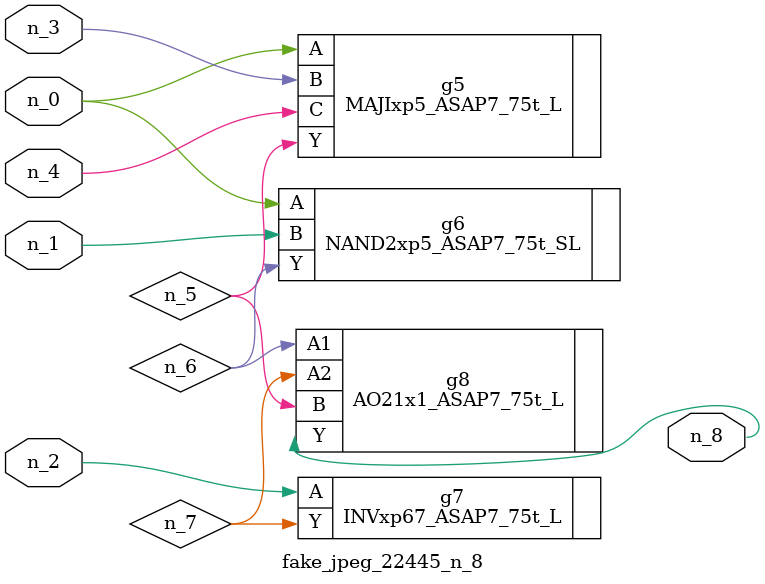
<source format=v>
module fake_jpeg_22445_n_8 (n_3, n_2, n_1, n_0, n_4, n_8);

input n_3;
input n_2;
input n_1;
input n_0;
input n_4;

output n_8;

wire n_6;
wire n_5;
wire n_7;

MAJIxp5_ASAP7_75t_L g5 ( 
.A(n_0),
.B(n_3),
.C(n_4),
.Y(n_5)
);

NAND2xp5_ASAP7_75t_SL g6 ( 
.A(n_0),
.B(n_1),
.Y(n_6)
);

INVxp67_ASAP7_75t_L g7 ( 
.A(n_2),
.Y(n_7)
);

AO21x1_ASAP7_75t_L g8 ( 
.A1(n_6),
.A2(n_7),
.B(n_5),
.Y(n_8)
);


endmodule
</source>
